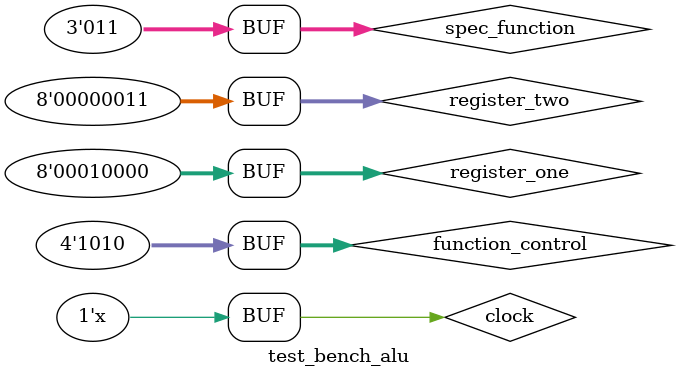
<source format=sv>
module test_bench_alu();

// Declare inputs as regs and outputs as wires
reg clock;
reg [7:0] register_one;
reg [7:0] register_two;
reg [3:0] function_control;
reg [2:0] spec_function;

wire [7:0] result;
wire branch_out;

// Initialize all variables
initial begin

	clock = 1; 		// initial value of clock
	
	/* 
	 * Check the sum operation 
	 */
	#10 register_one = 8'b11;	// r1 = 3
	register_two = 8'b10;		// r2 = 2
	function_control = 4'b0;	// sum (3 + 2)
	
	/*
	 * Check the shift left operation
	 */
	#10; 
	register_one = 8'b111;		// r1 = 7
	register_two = 8'b11;		// r2 = 3
	function_control = 4'b11;	// (7 << 3) = 56
	
	/*
	 * Check the shift right operation
	 */
	#10;
	register_one = 8'b111000;	// r1 = 56
	register_two = 8'b11;		// r2 = 3
	function_control = 4'b100;	// (56 >> 3) = 7
	
	/*
	 * Check the increment operation
	 */
	#10;
	register_one = 8'b100;		// r1 = 4
	function_control = 4'b0111;	// Access special function
	spec_function = 4'b0;		// result = r1 + 1 = 5
	
	/*
	 * Check the and-one operation
	 */
	#10;
	register_one = 8'b100;		// r1 = 4
	function_control = 4'b0111;	// Access special function
	spec_function = 3'b001;		// result = r1 & 1 = 0
	
	#10;
	register_one = 8'b111001;	// r1 = 57
	function_control = 4'b0111;	// Access special function
	spec_function = 3'b001;		// result = r1 & 1 = 1
	
	/*
	 * Check the subtract-eight operation
	 */
	#10;
	register_one = 8'b1100;		// r1 = 12
	function_control = 4'b0111;	// Access special function
	spec_function = 3'b011;		// result = r1 - 8 = 4
	
	/*
	 * Check the branch on equal operation
	 */
	#10;
	register_one = 8'b11;		// r1 = 3
	register_two = 8'b11;		// r2 = 3
	function_control = 4'b1011;	// if (r1 == r2) branch_out = 1
	
	#10;
	register_one = 8'b11;		// r1 = 3
	register_two = 8'b1;		// r2 = 1
	function_control = 4'b1011;	// if (r1 != r2) branch_out = 0
	
	/*
	 * Check the branch on less than operation
	 */
	#10;
	register_one = 8'b10;		// r1 = 2
	register_two = 8'b11;		// r2 = 3
	function_control = 4'b1010;	// if (r1 < r2) branch_out = 1
	
	#10;
	register_one = 8'b1_0000;	// r1 = 16
	register_two = 8'b11;		// r2 = 3
	function_control = 4'b1010;	// if (r1 > r2) branch_out = 0
end

// Clock generator
always begin
	#5 clock = ~clock; // Toggle clock every 5 ticks
	// this makes the clock cycle 10 ticks
end

// I copied this code verbatim from the alu_schematic.v that was
// generated by Quartus when I created the .v file from the .bdf.
alu	b2v_inst(
	.clock(clock),
	.func(function_control),
	.reg1(register_one),
	.reg2(register_two),
	.spec_fun(spec_function),
	.br_out(branch_out),
	.res(result));

endmodule
</source>
